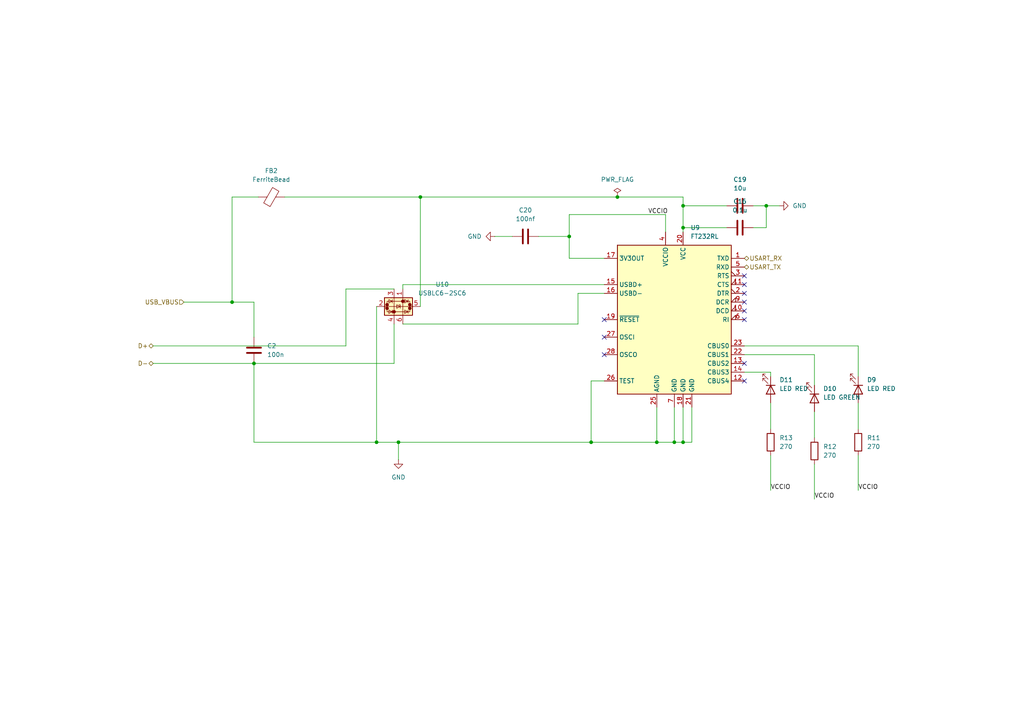
<source format=kicad_sch>
(kicad_sch (version 20250114) (generator "eeschema") (generator_version "9.0")
  (paper "A4")
  (lib_symbols
    (symbol "Device:C" (pin_numbers (hide yes)) (pin_names (offset 0.254))
      (property "Reference" "C" (at 0.635 2.54 0))
      (property "Value" "C" (at 0.635 -2.54 0))
      (symbol "C_0_1"
        (polyline (pts (xy -2.032 0.762) (xy 2.032 0.762)) (stroke (width 0.508)))
        (polyline (pts (xy -2.032 -0.762) (xy 2.032 -0.762)) (stroke (width 0.508)))
      )
      (symbol "C_1_1"
        (pin passive line (at 0 3.81 270) (length 2.794) (name "~") (number "1"))
        (pin passive line (at 0 -3.81 90) (length 2.794) (name "~") (number "2"))
      )
    )
    (symbol "Device:FerriteBead" (pin_numbers (hide yes)) (pin_names (offset 0))
      (property "Reference" "FB" (at -3.81 0.635 90))
      (property "Value" "FerriteBead" (at 3.81 0 90))
      (symbol "FerriteBead_0_1"
        (polyline (pts (xy -2.7686 0.4064) (xy -1.7018 2.2606) (xy 2.7686 -0.3048) (xy 1.6764 -2.159) (xy -2.7686 0.4064)))
        (polyline (pts (xy 0 1.27) (xy 0 1.2954)))
        (polyline (pts (xy 0 -1.27) (xy 0 -1.2192)))
      )
      (symbol "FerriteBead_1_1"
        (pin passive line (at 0 3.81 270) (length 2.54) (name "~") (number "1"))
        (pin passive line (at 0 -3.81 90) (length 2.54) (name "~") (number "2"))
      )
    )
    (symbol "Device:LED" (pin_numbers (hide yes)) (pin_names (offset 1.016) (hide yes))
      (property "Reference" "D" (at 0 2.54 0))
      (property "Value" "LED" (at 0 -2.54 0))
      (symbol "LED_0_1"
        (polyline (pts (xy -3.048 -0.762) (xy -4.572 -2.286) (xy -3.81 -2.286) (xy -4.572 -2.286) (xy -4.572 -1.524)))
        (polyline (pts (xy -1.778 -0.762) (xy -3.302 -2.286) (xy -2.54 -2.286) (xy -3.302 -2.286) (xy -3.302 -1.524)))
        (polyline (pts (xy -1.27 0) (xy 1.27 0)))
        (polyline (pts (xy -1.27 -1.27) (xy -1.27 1.27)) (stroke (width 0.254)))
        (polyline (pts (xy 1.27 -1.27) (xy 1.27 1.27) (xy -1.27 0) (xy 1.27 -1.27)) (stroke (width 0.254)))
      )
      (symbol "LED_1_1"
        (pin passive line (at -3.81 0 0) (length 2.54) (name "K") (number "1"))
        (pin passive line (at 3.81 0 180) (length 2.54) (name "A") (number "2"))
      )
    )
    (symbol "Device:R" (pin_numbers (hide yes)) (pin_names (offset 0))
      (property "Reference" "R" (at 2.032 0 90))
      (property "Value" "R" (at 0 0 90))
      (symbol "R_0_1"
        (rectangle (start -1.016 -2.54) (end 1.016 2.54) (stroke (width 0.254)))
      )
      (symbol "R_1_1"
        (pin passive line (at 0 3.81 270) (length 1.27) (name "~") (number "1"))
        (pin passive line (at 0 -3.81 90) (length 1.27) (name "~") (number "2"))
      )
    )
    (symbol "Interface_USB:FT232RL"
      (property "Reference" "U" (at -16.51 22.86 0))
      (property "Value" "FT232RL" (at 10.16 22.86 0))
      (symbol "FT232RL_0_1"
        (rectangle (start -16.51 21.59) (end 16.51 -21.59) (stroke (width 0.254)) (fill (type background)))
      )
      (symbol "FT232RL_1_1"
        (pin power_out line (at -20.32 17.78 0) (length 3.81) (name "3V3OUT") (number "17"))
        (pin bidirectional line (at -20.32 10.16 0) (length 3.81) (name "USBD+") (number "15"))
        (pin bidirectional line (at -20.32 7.62 0) (length 3.81) (name "USBD-") (number "16"))
        (pin input line (at -20.32 0 0) (length 3.81) (name "~{RESET}") (number "19"))
        (pin input line (at -20.32 -5.08 0) (length 3.81) (name "OSCI") (number "27"))
        (pin output line (at -20.32 -10.16 0) (length 3.81) (name "OSCO") (number "28"))
        (pin input line (at -20.32 -17.78 0) (length 3.81) (name "TEST") (number "26"))
        (pin power_in line (at -5.08 -25.4 90) (length 3.81) (name "AGND") (number "25"))
        (pin power_in line (at -2.54 25.4 270) (length 3.81) (name "VCCIO") (number "4"))
        (pin power_in line (at 0 -25.4 90) (length 3.81) (name "GND") (number "7"))
        (pin power_in line (at 2.54 25.4 270) (length 3.81) (name "VCC") (number "20"))
        (pin power_in line (at 2.54 -25.4 90) (length 3.81) (name "GND") (number "18"))
        (pin power_in line (at 5.08 -25.4 90) (length 3.81) (name "GND") (number "21"))
        (pin output line (at 20.32 17.78 180) (length 3.81) (name "TXD") (number "1"))
        (pin input line (at 20.32 15.24 180) (length 3.81) (name "RXD") (number "5"))
        (pin output output_low (at 20.32 12.7 180) (length 3.81) (name "RTS") (number "3"))
        (pin input input_low (at 20.32 10.16 180) (length 3.81) (name "CTS") (number "11"))
        (pin output output_low (at 20.32 7.62 180) (length 3.81) (name "DTR") (number "2"))
        (pin input input_low (at 20.32 5.08 180) (length 3.81) (name "DCR") (number "9"))
        (pin input input_low (at 20.32 2.54 180) (length 3.81) (name "DCD") (number "10"))
        (pin input input_low (at 20.32 0 180) (length 3.81) (name "RI") (number "6"))
        (pin bidirectional line (at 20.32 -7.62 180) (length 3.81) (name "CBUS0") (number "23"))
        (pin bidirectional line (at 20.32 -10.16 180) (length 3.81) (name "CBUS1") (number "22"))
        (pin bidirectional line (at 20.32 -12.7 180) (length 3.81) (name "CBUS2") (number "13"))
        (pin bidirectional line (at 20.32 -15.24 180) (length 3.81) (name "CBUS3") (number "14"))
        (pin bidirectional line (at 20.32 -17.78 180) (length 3.81) (name "CBUS4") (number "12"))
      )
    )
    (symbol "Power_Protection:USBLC6-2SC6" (pin_names (hide yes))
      (property "Reference" "U" (at 0.635 5.715 0))
      (property "Value" "USBLC6-2SC6" (at 0.635 3.81 0))
      (symbol "USBLC6-2SC6_0_0"
        (circle (center -1.524 0) (radius 0.0001) (stroke (width 0.508)))
        (circle (center -0.508 2.032) (radius 0.0001) (stroke (width 0.508)))
        (circle (center -0.508 -4.572) (radius 0.0001) (stroke (width 0.508)))
        (circle (center 0.508 2.032) (radius 0.0001) (stroke (width 0.508)))
        (circle (center 0.508 -4.572) (radius 0.0001) (stroke (width 0.508)))
        (circle (center 1.524 -2.54) (radius 0.0001) (stroke (width 0.508)))
      )
      (symbol "USBLC6-2SC6_0_1"
        (polyline (pts (xy -2.54 0) (xy 2.54 0)))
        (polyline (pts (xy -2.54 -2.54) (xy 2.54 -2.54)))
        (polyline (pts (xy -2.032 0.508) (xy -1.016 0.508) (xy -1.524 1.524) (xy -2.032 0.508)))
        (polyline (pts (xy -2.032 -3.048) (xy -1.016 -3.048)))
        (polyline (pts (xy -1.016 1.524) (xy -2.032 1.524)))
        (polyline (pts (xy -1.016 -4.064) (xy -2.032 -4.064) (xy -1.524 -3.048) (xy -1.016 -4.064)))
        (polyline (pts (xy -0.508 -1.143) (xy -0.508 -0.762) (xy 0.508 -0.762)))
        (polyline (pts (xy 0 2.54) (xy -0.508 2.032) (xy 0.508 2.032) (xy 0 1.524) (xy 0 -4.064) (xy -0.508 -4.572) (xy 0.508 -4.572) (xy 0 -5.08)))
        (polyline (pts (xy 0.508 -1.778) (xy -0.508 -1.778) (xy 0 -0.762) (xy 0.508 -1.778)))
        (polyline (pts (xy 1.016 1.524) (xy 2.032 1.524)))
        (polyline (pts (xy 1.016 -3.048) (xy 2.032 -3.048)))
        (polyline (pts (xy 2.032 0.508) (xy 1.016 0.508) (xy 1.524 1.524) (xy 2.032 0.508)))
        (polyline (pts (xy 2.032 -4.064) (xy 1.016 -4.064) (xy 1.524 -3.048) (xy 2.032 -4.064)))
      )
      (symbol "USBLC6-2SC6_1_1"
        (rectangle (start -2.54 2.794) (end 2.54 -5.334) (stroke (width 0.254)) (fill (type background)))
        (polyline (pts (xy -0.508 2.032) (xy -1.524 2.032) (xy -1.524 -4.572) (xy -0.508 -4.572)))
        (polyline (pts (xy 0.508 -4.572) (xy 1.524 -4.572) (xy 1.524 2.032) (xy 0.508 2.032)))
        (pin passive line (at -5.08 0 0) (length 2.54) (name "I/O1") (number "1"))
        (pin passive line (at -5.08 -2.54 0) (length 2.54) (name "I/O2") (number "3"))
        (pin passive line (at 0 5.08 270) (length 2.54) (name "VBUS") (number "5"))
        (pin passive line (at 0 -7.62 90) (length 2.54) (name "GND") (number "2"))
        (pin passive line (at 5.08 0 180) (length 2.54) (name "I/O1") (number "6"))
        (pin passive line (at 5.08 -2.54 180) (length 2.54) (name "I/O2") (number "4"))
      )
    )
    (symbol "power:GND" (power) (pin_numbers (hide yes)) (pin_names (offset 0) (hide yes))
      (property "Value" "GND" (at 0 -3.81 0))
      (symbol "GND_0_1"
        (polyline (pts (xy 0 0) (xy 0 -1.27) (xy 1.27 -1.27) (xy 0 -2.54) (xy -1.27 -1.27) (xy 0 -1.27)))
      )
      (symbol "GND_1_1"
        (pin power_in line (at 0 0 270) (length 0) (name "~") (number "1"))
      )
    )
    (symbol "power:PWR_FLAG" (power) (pin_numbers (hide yes)) (pin_names (offset 0) (hide yes))
      (property "Value" "PWR_FLAG" (at 0 3.81 0))
      (symbol "PWR_FLAG_0_0"
        (pin power_out line (at 0 0 90) (length 0) (name "~") (number "1"))
      )
      (symbol "PWR_FLAG_0_1"
        (polyline (pts (xy 0 0) (xy 0 1.27) (xy -1.016 1.905) (xy 0 2.54) (xy 1.016 1.905) (xy 0 1.27)))
      )
    )
  )
  (junction (at 190.5 128.27))
  (junction (at 198.12 128.27))
  (junction (at 179.07 57.15))
  (junction (at 171.45 128.27))
  (junction (at 115.57 128.27))
  (junction (at 165.1 68.58))
  (junction (at 121.92 57.15))
  (junction (at 195.58 128.27))
  (junction (at 198.12 59.69))
  (junction (at 73.66 105.41))
  (junction (at 109.22 128.27))
  (junction (at 222.25 59.69))
  (junction (at 198.12 66.04))
  (junction (at 67.31 87.63))
  (no_connect (at 215.9 92.71))
  (no_connect (at 215.9 82.55))
  (no_connect (at 215.9 87.63))
  (no_connect (at 175.26 102.87))
  (no_connect (at 215.9 90.17))
  (no_connect (at 175.26 92.71))
  (no_connect (at 215.9 80.01))
  (no_connect (at 175.26 97.79))
  (no_connect (at 215.9 110.49))
  (no_connect (at 215.9 105.41))
  (no_connect (at 215.9 85.09))
  (wire (pts (xy 171.45 110.49) (xy 171.45 128.27)))
  (wire (pts (xy 248.92 116.84) (xy 248.92 124.46)))
  (wire (pts (xy 116.84 83.82) (xy 116.84 82.55)))
  (wire (pts (xy 115.57 128.27) (xy 115.57 133.35)))
  (wire (pts (xy 198.12 66.04) (xy 198.12 67.31)))
  (wire (pts (xy 73.66 97.79) (xy 73.66 87.63)))
  (wire (pts (xy 175.26 74.93) (xy 165.1 74.93)))
  (wire (pts (xy 222.25 59.69) (xy 226.06 59.69)))
  (wire (pts (xy 190.5 128.27) (xy 195.58 128.27)))
  (wire (pts (xy 210.82 66.04) (xy 198.12 66.04)))
  (wire (pts (xy 121.92 57.15) (xy 179.07 57.15)))
  (wire (pts (xy 223.52 142.24) (xy 223.52 132.08)))
  (wire (pts (xy 165.1 68.58) (xy 165.1 62.23)))
  (wire (pts (xy 73.66 128.27) (xy 109.22 128.27)))
  (wire (pts (xy 73.66 105.41) (xy 114.3 105.41)))
  (wire (pts (xy 198.12 59.69) (xy 210.82 59.69)))
  (wire (pts (xy 116.84 82.55) (xy 175.26 82.55)))
  (wire (pts (xy 121.92 57.15) (xy 121.92 88.9)))
  (wire (pts (xy 73.66 105.41) (xy 73.66 128.27)))
  (wire (pts (xy 223.52 116.84) (xy 223.52 124.46)))
  (wire (pts (xy 198.12 59.69) (xy 198.12 66.04)))
  (wire (pts (xy 165.1 62.23) (xy 193.04 62.23)))
  (wire (pts (xy 215.9 107.95) (xy 223.52 107.95)))
  (wire (pts (xy 193.04 62.23) (xy 193.04 67.31)))
  (wire (pts (xy 167.64 85.09) (xy 175.26 85.09)))
  (wire (pts (xy 190.5 118.11) (xy 190.5 128.27)))
  (wire (pts (xy 218.44 66.04) (xy 222.25 66.04)))
  (wire (pts (xy 200.66 118.11) (xy 200.66 128.27)))
  (wire (pts (xy 109.22 88.9) (xy 109.22 128.27)))
  (wire (pts (xy 179.07 57.15) (xy 198.12 57.15)))
  (wire (pts (xy 195.58 128.27) (xy 198.12 128.27)))
  (wire (pts (xy 114.3 105.41) (xy 114.3 93.98)))
  (wire (pts (xy 115.57 128.27) (xy 171.45 128.27)))
  (wire (pts (xy 236.22 102.87) (xy 236.22 111.76)))
  (wire (pts (xy 198.12 57.15) (xy 198.12 59.69)))
  (wire (pts (xy 236.22 144.78) (xy 236.22 134.62)))
  (wire (pts (xy 215.9 100.33) (xy 248.92 100.33)))
  (wire (pts (xy 198.12 118.11) (xy 198.12 128.27)))
  (wire (pts (xy 167.64 93.98) (xy 167.64 85.09)))
  (wire (pts (xy 109.22 128.27) (xy 115.57 128.27)))
  (wire (pts (xy 67.31 57.15) (xy 67.31 87.63)))
  (wire (pts (xy 236.22 119.38) (xy 236.22 127)))
  (wire (pts (xy 143.51 68.58) (xy 148.59 68.58)))
  (wire (pts (xy 215.9 102.87) (xy 236.22 102.87)))
  (wire (pts (xy 156.21 68.58) (xy 165.1 68.58)))
  (wire (pts (xy 100.33 83.82) (xy 114.3 83.82)))
  (wire (pts (xy 44.45 100.33) (xy 100.33 100.33)))
  (wire (pts (xy 195.58 118.11) (xy 195.58 128.27)))
  (wire (pts (xy 222.25 59.69) (xy 222.25 66.04)))
  (wire (pts (xy 223.52 107.95) (xy 223.52 109.22)))
  (wire (pts (xy 248.92 100.33) (xy 248.92 109.22)))
  (wire (pts (xy 165.1 74.93) (xy 165.1 68.58)))
  (wire (pts (xy 67.31 87.63) (xy 73.66 87.63)))
  (wire (pts (xy 116.84 93.98) (xy 167.64 93.98)))
  (wire (pts (xy 82.55 57.15) (xy 121.92 57.15)))
  (wire (pts (xy 198.12 128.27) (xy 200.66 128.27)))
  (wire (pts (xy 175.26 110.49) (xy 171.45 110.49)))
  (wire (pts (xy 248.92 142.24) (xy 248.92 132.08)))
  (wire (pts (xy 67.31 57.15) (xy 74.93 57.15)))
  (wire (pts (xy 171.45 128.27) (xy 190.5 128.27)))
  (wire (pts (xy 53.34 87.63) (xy 67.31 87.63)))
  (wire (pts (xy 44.45 105.41) (xy 73.66 105.41)))
  (wire (pts (xy 100.33 100.33) (xy 100.33 83.82)))
  (wire (pts (xy 218.44 59.69) (xy 222.25 59.69)))
  (label "VCCIO" (at 187.96 62.23 0))
  (label "VCCIO" (at 223.52 142.24 0))
  (label "VCCIO" (at 248.92 142.24 0))
  (label "VCCIO" (at 236.22 144.78 0))
  (hierarchical_label "D+" (shape bidirectional) (at 44.45 100.33 180))
  (hierarchical_label "USART_TX" (shape bidirectional) (at 215.9 77.47 0))
  (hierarchical_label "D-" (shape bidirectional) (at 44.45 105.41 180))
  (hierarchical_label "USART_RX" (shape bidirectional) (at 215.9 74.93 0))
  (hierarchical_label "USB_VBUS" (shape input) (at 53.34 87.63 180))
  (symbol (lib_id "Device:LED") (at 248.92 113.03 270) (unit 1)
    (property "Reference" "D9" (at 251.46 110.1724 90) (effects (justify left)))
    (property "Value" "LED RED" (at 251.46 112.7124 90) (effects (justify left)))
    (property "Footprint" "LED_SMD:LED_0805_2012Metric_Pad1.15x1.40mm_HandSolder" (effects (hide yes)))
    (property "Description" "Light emitting diode" (effects (hide yes)))
    (property "Sim.Pins" "1=K 2=A" (effects (hide yes)))
  )
  (symbol (lib_id "Interface_USB:FT232RL") (at 195.58 92.71 0) (unit 1)
    (property "Reference" "U9" (at 200.2633 66.04 0) (effects (justify left)))
    (property "Value" "FT232RL" (at 200.2633 68.58 0) (effects (justify left)))
    (property "Footprint" "Package_SO:SSOP-28_5.3x10.2mm_P0.65mm" (effects (hide yes)))
    (property "Datasheet" "https://www.ftdichip.com/Support/Documents/DataSheets/ICs/DS_FT232R.pdf" (effects (hide yes)))
    (property "Description" "USB to Serial Interface, SSOP-28" (effects (hide yes)))
  )
  (symbol (lib_id "Device:R") (at 223.52 128.27 0) (unit 1)
    (property "Reference" "R13" (at 226.06 126.9999 0) (effects (justify left)))
    (property "Value" "270" (at 226.06 129.5399 0) (effects (justify left)))
    (property "Footprint" "Resistor_SMD:R_0805_2012Metric_Pad1.20x1.40mm_HandSolder" (effects (hide yes)))
    (property "Description" "Resistor" (effects (hide yes)))
  )
  (symbol (lib_id "Device:C") (at 214.63 59.69 270) (unit 1)
    (property "Reference" "C19" (at 214.63 52.07 90))
    (property "Value" "10u" (at 214.63 54.61 90))
    (property "Footprint" "Capacitor_SMD:C_1206_3216Metric_Pad1.33x1.80mm_HandSolder" (effects (hide yes)))
    (property "Description" "Unpolarized capacitor" (effects (hide yes)))
  )
  (symbol (lib_id "Device:C") (at 73.66 101.6 0) (unit 1)
    (property "Reference" "C2" (at 77.47 100.3299 0) (effects (justify left)))
    (property "Value" "100n" (at 77.47 102.8699 0) (effects (justify left)))
    (property "Footprint" "Capacitor_SMD:C_0805_2012Metric_Pad1.18x1.45mm_HandSolder" (effects (hide yes)))
    (property "Description" "Unpolarized capacitor" (effects (hide yes)))
  )
  (symbol (lib_id "Device:C") (at 152.4 68.58 270) (unit 1)
    (property "Reference" "C20" (at 152.4 60.96 90))
    (property "Value" "100nf" (at 152.4 63.5 90))
    (property "Footprint" "Capacitor_SMD:C_0805_2012Metric_Pad1.18x1.45mm_HandSolder" (effects (hide yes)))
    (property "Description" "Unpolarized capacitor" (effects (hide yes)))
  )
  (symbol (lib_id "Device:R") (at 248.92 128.27 0) (unit 1)
    (property "Reference" "R11" (at 251.46 126.9999 0) (effects (justify left)))
    (property "Value" "270" (at 251.46 129.5399 0) (effects (justify left)))
    (property "Footprint" "Resistor_SMD:R_0805_2012Metric_Pad1.20x1.40mm_HandSolder" (effects (hide yes)))
    (property "Description" "Resistor" (effects (hide yes)))
  )
  (symbol (lib_id "power:PWR_FLAG") (at 179.07 57.15 0) (unit 1)
    (property "Reference" "#FLG05" (effects (hide yes)))
    (property "Value" "PWR_FLAG" (at 179.07 52.07 0))
    (property "Description" "Special symbol for telling ERC where power comes from" (effects (hide yes)))
  )
  (symbol (lib_id "Device:FerriteBead") (at 78.74 57.15 90) (unit 1)
    (property "Reference" "FB2" (at 78.6892 49.53 90))
    (property "Value" "FerriteBead" (at 78.6892 52.07 90))
    (property "Footprint" "Inductor_SMD:L_0805_2012Metric_Pad1.15x1.40mm_HandSolder" (effects (hide yes)))
    (property "Description" "Ferrite bead" (effects (hide yes)))
  )
  (symbol (lib_id "Device:LED") (at 236.22 115.57 270) (unit 1)
    (property "Reference" "D10" (at 238.76 112.7124 90) (effects (justify left)))
    (property "Value" "LED GREEN" (at 238.76 115.2524 90) (effects (justify left)))
    (property "Footprint" "LED_SMD:LED_0805_2012Metric_Pad1.15x1.40mm_HandSolder" (effects (hide yes)))
    (property "Description" "Light emitting diode" (effects (hide yes)))
    (property "Sim.Pins" "1=K 2=A" (effects (hide yes)))
  )
  (symbol (lib_id "Power_Protection:USBLC6-2SC6") (at 116.84 88.9 270) (unit 1)
    (property "Reference" "U10" (at 128.27 82.4798 90))
    (property "Value" "USBLC6-2SC6" (at 128.27 85.0198 90))
    (property "Footprint" "Package_TO_SOT_SMD:SOT-23-6" (effects (hide yes)))
    (property "Datasheet" "https://www.st.com/resource/en/datasheet/usblc6-2.pdf" (effects (hide yes)))
    (property "Description" "Very low capacitance ESD protection diode, 2 data-line, SOT-23-6" (effects (hide yes)))
  )
  (symbol (lib_id "Device:R") (at 236.22 130.81 0) (unit 1)
    (property "Reference" "R12" (at 238.76 129.5399 0) (effects (justify left)))
    (property "Value" "270" (at 238.76 132.0799 0) (effects (justify left)))
    (property "Footprint" "Resistor_SMD:R_0805_2012Metric_Pad1.20x1.40mm_HandSolder" (effects (hide yes)))
    (property "Description" "Resistor" (effects (hide yes)))
  )
  (symbol (lib_id "power:GND") (at 143.51 68.58 270) (unit 1)
    (property "Reference" "#PWR023" (effects (hide yes)))
    (property "Value" "GND" (at 139.7 68.5799 90) (effects (justify right)))
    (property "Description" "Power symbol creates a global label with name \"GND\" , ground" (effects (hide yes)))
  )
  (symbol (lib_id "power:GND") (at 115.57 133.35 0) (unit 1)
    (property "Reference" "#PWR022" (effects (hide yes)))
    (property "Value" "GND" (at 115.57 138.43 0))
    (property "Description" "Power symbol creates a global label with name \"GND\" , ground" (effects (hide yes)))
  )
  (symbol (lib_id "Device:C") (at 214.63 66.04 270) (unit 1)
    (property "Reference" "C16" (at 214.63 58.42 90))
    (property "Value" "0.1u" (at 214.63 60.96 90))
    (property "Footprint" "Capacitor_SMD:C_0805_2012Metric_Pad1.18x1.45mm_HandSolder" (effects (hide yes)))
    (property "Description" "Unpolarized capacitor" (effects (hide yes)))
  )
  (symbol (lib_id "power:GND") (at 226.06 59.69 90) (unit 1)
    (property "Reference" "#PWR026" (effects (hide yes)))
    (property "Value" "GND" (at 229.87 59.6899 90) (effects (justify right)))
    (property "Description" "Power symbol creates a global label with name \"GND\" , ground" (effects (hide yes)))
  )
  (symbol (lib_id "Device:LED") (at 223.52 113.03 270) (unit 1)
    (property "Reference" "D11" (at 226.06 110.1724 90) (effects (justify left)))
    (property "Value" "LED RED" (at 226.06 112.7124 90) (effects (justify left)))
    (property "Footprint" "LED_SMD:LED_0805_2012Metric_Pad1.15x1.40mm_HandSolder" (effects (hide yes)))
    (property "Description" "Light emitting diode" (effects (hide yes)))
    (property "Sim.Pins" "1=K 2=A" (effects (hide yes)))
  )
)
</source>
